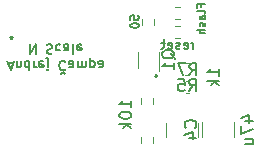
<source format=gbr>
G04 #@! TF.GenerationSoftware,KiCad,Pcbnew,5.0.0-rc3-unknown-520c611~65~ubuntu18.04.1*
G04 #@! TF.CreationDate,2018-07-03T00:15:53+02:00*
G04 #@! TF.ProjectId,vlakinostalo,766C616B696E6F7374616C6F2E6B6963,rev?*
G04 #@! TF.SameCoordinates,Original*
G04 #@! TF.FileFunction,Legend,Bot*
G04 #@! TF.FilePolarity,Positive*
%FSLAX46Y46*%
G04 Gerber Fmt 4.6, Leading zero omitted, Abs format (unit mm)*
G04 Created by KiCad (PCBNEW 5.0.0-rc3-unknown-520c611~65~ubuntu18.04.1) date Tue Jul  3 00:15:53 2018*
%MOMM*%
%LPD*%
G01*
G04 APERTURE LIST*
%ADD10C,0.250000*%
%ADD11C,0.200000*%
%ADD12C,0.120000*%
%ADD13C,0.150000*%
%ADD14C,0.175000*%
G04 APERTURE END LIST*
D10*
X161912300Y-102157802D02*
X161864680Y-102205421D01*
X161912300Y-102253040D01*
X161959919Y-102205421D01*
X161912300Y-102157802D01*
X161912300Y-102253040D01*
D11*
X149419812Y-101143046D02*
X149800764Y-101143046D01*
X149343621Y-100914475D02*
X149610288Y-101714475D01*
X149876955Y-100914475D01*
X150143621Y-101447808D02*
X150143621Y-100914475D01*
X150143621Y-101371618D02*
X150181717Y-101409713D01*
X150257907Y-101447808D01*
X150372193Y-101447808D01*
X150448383Y-101409713D01*
X150486479Y-101333522D01*
X150486479Y-100914475D01*
X151210288Y-100914475D02*
X151210288Y-101714475D01*
X151210288Y-100952570D02*
X151134098Y-100914475D01*
X150981717Y-100914475D01*
X150905526Y-100952570D01*
X150867431Y-100990665D01*
X150829336Y-101066856D01*
X150829336Y-101295427D01*
X150867431Y-101371618D01*
X150905526Y-101409713D01*
X150981717Y-101447808D01*
X151134098Y-101447808D01*
X151210288Y-101409713D01*
X151591240Y-100914475D02*
X151591240Y-101447808D01*
X151591240Y-101295427D02*
X151629336Y-101371618D01*
X151667431Y-101409713D01*
X151743621Y-101447808D01*
X151819812Y-101447808D01*
X152391240Y-100952570D02*
X152315050Y-100914475D01*
X152162669Y-100914475D01*
X152086479Y-100952570D01*
X152048383Y-101028760D01*
X152048383Y-101333522D01*
X152086479Y-101409713D01*
X152162669Y-101447808D01*
X152315050Y-101447808D01*
X152391240Y-101409713D01*
X152429336Y-101333522D01*
X152429336Y-101257332D01*
X152048383Y-101181141D01*
X152772193Y-101447808D02*
X152772193Y-100762094D01*
X152734098Y-100685903D01*
X152657907Y-100647808D01*
X152619812Y-100647808D01*
X152772193Y-101714475D02*
X152734098Y-101676380D01*
X152772193Y-101638284D01*
X152810288Y-101676380D01*
X152772193Y-101714475D01*
X152772193Y-101638284D01*
X154219812Y-100990665D02*
X154181717Y-100952570D01*
X154067431Y-100914475D01*
X153991240Y-100914475D01*
X153876955Y-100952570D01*
X153800764Y-101028760D01*
X153762669Y-101104951D01*
X153724574Y-101257332D01*
X153724574Y-101371618D01*
X153762669Y-101523999D01*
X153800764Y-101600189D01*
X153876955Y-101676380D01*
X153991240Y-101714475D01*
X154067431Y-101714475D01*
X154181717Y-101676380D01*
X154219812Y-101638284D01*
X153876955Y-102019237D02*
X154029336Y-101904951D01*
X154181717Y-102019237D01*
X154905526Y-100914475D02*
X154905526Y-101333522D01*
X154867431Y-101409713D01*
X154791240Y-101447808D01*
X154638860Y-101447808D01*
X154562669Y-101409713D01*
X154905526Y-100952570D02*
X154829336Y-100914475D01*
X154638860Y-100914475D01*
X154562669Y-100952570D01*
X154524574Y-101028760D01*
X154524574Y-101104951D01*
X154562669Y-101181141D01*
X154638860Y-101219237D01*
X154829336Y-101219237D01*
X154905526Y-101257332D01*
X155286479Y-100914475D02*
X155286479Y-101447808D01*
X155286479Y-101371618D02*
X155324574Y-101409713D01*
X155400764Y-101447808D01*
X155515050Y-101447808D01*
X155591240Y-101409713D01*
X155629336Y-101333522D01*
X155629336Y-100914475D01*
X155629336Y-101333522D02*
X155667431Y-101409713D01*
X155743621Y-101447808D01*
X155857907Y-101447808D01*
X155934098Y-101409713D01*
X155972193Y-101333522D01*
X155972193Y-100914475D01*
X156353145Y-101447808D02*
X156353145Y-100647808D01*
X156353145Y-101409713D02*
X156429336Y-101447808D01*
X156581717Y-101447808D01*
X156657907Y-101409713D01*
X156696002Y-101371618D01*
X156734098Y-101295427D01*
X156734098Y-101066856D01*
X156696002Y-100990665D01*
X156657907Y-100952570D01*
X156581717Y-100914475D01*
X156429336Y-100914475D01*
X156353145Y-100952570D01*
X157419812Y-100914475D02*
X157419812Y-101333522D01*
X157381717Y-101409713D01*
X157305526Y-101447808D01*
X157153145Y-101447808D01*
X157076955Y-101409713D01*
X157419812Y-100952570D02*
X157343621Y-100914475D01*
X157153145Y-100914475D01*
X157076955Y-100952570D01*
X157038860Y-101028760D01*
X157038860Y-101104951D01*
X157076955Y-101181141D01*
X157153145Y-101219237D01*
X157343621Y-101219237D01*
X157419812Y-101257332D01*
X151267431Y-99514475D02*
X151267431Y-100314475D01*
X151724574Y-99514475D01*
X151724574Y-100314475D01*
X152676955Y-99552570D02*
X152791240Y-99514475D01*
X152981717Y-99514475D01*
X153057907Y-99552570D01*
X153096002Y-99590665D01*
X153134098Y-99666856D01*
X153134098Y-99743046D01*
X153096002Y-99819237D01*
X153057907Y-99857332D01*
X152981717Y-99895427D01*
X152829336Y-99933522D01*
X152753145Y-99971618D01*
X152715050Y-100009713D01*
X152676955Y-100085903D01*
X152676955Y-100162094D01*
X152715050Y-100238284D01*
X152753145Y-100276380D01*
X152829336Y-100314475D01*
X153019812Y-100314475D01*
X153134098Y-100276380D01*
X153819812Y-99552570D02*
X153743621Y-99514475D01*
X153591240Y-99514475D01*
X153515050Y-99552570D01*
X153476955Y-99590665D01*
X153438860Y-99666856D01*
X153438860Y-99895427D01*
X153476955Y-99971618D01*
X153515050Y-100009713D01*
X153591240Y-100047808D01*
X153743621Y-100047808D01*
X153819812Y-100009713D01*
X154505526Y-99514475D02*
X154505526Y-99933522D01*
X154467431Y-100009713D01*
X154391240Y-100047808D01*
X154238860Y-100047808D01*
X154162669Y-100009713D01*
X154505526Y-99552570D02*
X154429336Y-99514475D01*
X154238860Y-99514475D01*
X154162669Y-99552570D01*
X154124574Y-99628760D01*
X154124574Y-99704951D01*
X154162669Y-99781141D01*
X154238860Y-99819237D01*
X154429336Y-99819237D01*
X154505526Y-99857332D01*
X155000764Y-99514475D02*
X154924574Y-99552570D01*
X154886479Y-99628760D01*
X154886479Y-100314475D01*
X155610288Y-99552570D02*
X155534098Y-99514475D01*
X155381717Y-99514475D01*
X155305526Y-99552570D01*
X155267431Y-99628760D01*
X155267431Y-99933522D01*
X155305526Y-100009713D01*
X155381717Y-100047808D01*
X155534098Y-100047808D01*
X155610288Y-100009713D01*
X155648383Y-99933522D01*
X155648383Y-99857332D01*
X155267431Y-99781141D01*
D10*
X149650000Y-98882142D02*
X149602380Y-98929761D01*
X149650000Y-98977380D01*
X149697619Y-98929761D01*
X149650000Y-98882142D01*
X149650000Y-98977380D01*
D12*
G04 #@! TO.C,Q1*
X160400000Y-100200000D02*
X160400000Y-101500000D01*
X162200000Y-101750000D02*
X162200000Y-100200000D01*
G04 #@! TO.C,R1*
X160640000Y-107405000D02*
X160640000Y-107845000D01*
X161660000Y-107405000D02*
X161660000Y-107845000D01*
G04 #@! TO.C,R2*
X160640000Y-104545000D02*
X160640000Y-104105000D01*
X161660000Y-104545000D02*
X161660000Y-104105000D01*
G04 #@! TO.C,SW1*
X163530000Y-97940000D02*
X163970000Y-97940000D01*
X163530000Y-98960000D02*
X163970000Y-98960000D01*
G04 #@! TO.C,R8*
X160730000Y-97855000D02*
X160730000Y-97415000D01*
X161750000Y-97855000D02*
X161750000Y-97415000D01*
G04 #@! TO.C,SW2*
X163530000Y-97360000D02*
X163970000Y-97360000D01*
X163530000Y-96340000D02*
X163970000Y-96340000D01*
G04 #@! TO.C,C3*
X165522740Y-106173996D02*
X165522740Y-107378124D01*
X162802740Y-106173996D02*
X162802740Y-107378124D01*
G04 #@! TO.C,C4*
X165822800Y-106138436D02*
X165822800Y-107342564D01*
X168542800Y-106138436D02*
X168542800Y-107342564D01*
G04 #@! TO.C,R5*
X164403721Y-101090000D02*
X164729279Y-101090000D01*
X164403721Y-102110000D02*
X164729279Y-102110000D01*
G04 #@! TO.C,R7*
X164754779Y-102614000D02*
X164429221Y-102614000D01*
X164754779Y-103634000D02*
X164429221Y-103634000D01*
G04 #@! TO.C,Q1*
D13*
X163547619Y-100754761D02*
X163500000Y-100659523D01*
X163404761Y-100564285D01*
X163261904Y-100421428D01*
X163214285Y-100326190D01*
X163214285Y-100230952D01*
X163452380Y-100278571D02*
X163404761Y-100183333D01*
X163309523Y-100088095D01*
X163119047Y-100040476D01*
X162785714Y-100040476D01*
X162595238Y-100088095D01*
X162500000Y-100183333D01*
X162452380Y-100278571D01*
X162452380Y-100469047D01*
X162500000Y-100564285D01*
X162595238Y-100659523D01*
X162785714Y-100707142D01*
X163119047Y-100707142D01*
X163309523Y-100659523D01*
X163404761Y-100564285D01*
X163452380Y-100469047D01*
X163452380Y-100278571D01*
X163452380Y-101659523D02*
X163452380Y-101088095D01*
X163452380Y-101373809D02*
X162452380Y-101373809D01*
X162595238Y-101278571D01*
X162690476Y-101183333D01*
X162738095Y-101088095D01*
G04 #@! TO.C,R2*
X159822140Y-104865561D02*
X159822140Y-104294133D01*
X159822140Y-104579847D02*
X158822140Y-104579847D01*
X158964998Y-104484609D01*
X159060236Y-104389371D01*
X159107855Y-104294133D01*
X158822140Y-105484609D02*
X158822140Y-105579847D01*
X158869760Y-105675085D01*
X158917379Y-105722704D01*
X159012617Y-105770323D01*
X159203093Y-105817942D01*
X159441188Y-105817942D01*
X159631664Y-105770323D01*
X159726902Y-105722704D01*
X159774521Y-105675085D01*
X159822140Y-105579847D01*
X159822140Y-105484609D01*
X159774521Y-105389371D01*
X159726902Y-105341752D01*
X159631664Y-105294133D01*
X159441188Y-105246514D01*
X159203093Y-105246514D01*
X159012617Y-105294133D01*
X158917379Y-105341752D01*
X158869760Y-105389371D01*
X158822140Y-105484609D01*
X159822140Y-106246514D02*
X158822140Y-106246514D01*
X159441188Y-106341752D02*
X159822140Y-106627466D01*
X159155474Y-106627466D02*
X159536426Y-106246514D01*
G04 #@! TO.C,SW1*
D11*
X165095238Y-99911904D02*
X165095238Y-99378571D01*
X165095238Y-99530952D02*
X165057142Y-99454761D01*
X165019047Y-99416666D01*
X164942857Y-99378571D01*
X164866666Y-99378571D01*
X164295238Y-99873809D02*
X164371428Y-99911904D01*
X164523809Y-99911904D01*
X164600000Y-99873809D01*
X164638095Y-99797619D01*
X164638095Y-99492857D01*
X164600000Y-99416666D01*
X164523809Y-99378571D01*
X164371428Y-99378571D01*
X164295238Y-99416666D01*
X164257142Y-99492857D01*
X164257142Y-99569047D01*
X164638095Y-99645238D01*
X163952380Y-99873809D02*
X163876190Y-99911904D01*
X163723809Y-99911904D01*
X163647619Y-99873809D01*
X163609523Y-99797619D01*
X163609523Y-99759523D01*
X163647619Y-99683333D01*
X163723809Y-99645238D01*
X163838095Y-99645238D01*
X163914285Y-99607142D01*
X163952380Y-99530952D01*
X163952380Y-99492857D01*
X163914285Y-99416666D01*
X163838095Y-99378571D01*
X163723809Y-99378571D01*
X163647619Y-99416666D01*
X162961904Y-99873809D02*
X163038095Y-99911904D01*
X163190476Y-99911904D01*
X163266666Y-99873809D01*
X163304761Y-99797619D01*
X163304761Y-99492857D01*
X163266666Y-99416666D01*
X163190476Y-99378571D01*
X163038095Y-99378571D01*
X162961904Y-99416666D01*
X162923809Y-99492857D01*
X162923809Y-99569047D01*
X163304761Y-99645238D01*
X162695238Y-99378571D02*
X162390476Y-99378571D01*
X162580952Y-99111904D02*
X162580952Y-99797619D01*
X162542857Y-99873809D01*
X162466666Y-99911904D01*
X162390476Y-99911904D01*
G04 #@! TO.C,R8*
D14*
X159766666Y-97433333D02*
X159766666Y-97100000D01*
X160100000Y-97066666D01*
X160066666Y-97100000D01*
X160033333Y-97166666D01*
X160033333Y-97333333D01*
X160066666Y-97400000D01*
X160100000Y-97433333D01*
X160166666Y-97466666D01*
X160333333Y-97466666D01*
X160400000Y-97433333D01*
X160433333Y-97400000D01*
X160466666Y-97333333D01*
X160466666Y-97166666D01*
X160433333Y-97100000D01*
X160400000Y-97066666D01*
X159766666Y-97900000D02*
X159766666Y-97966666D01*
X159800000Y-98033333D01*
X159833333Y-98066666D01*
X159900000Y-98100000D01*
X160033333Y-98133333D01*
X160200000Y-98133333D01*
X160333333Y-98100000D01*
X160400000Y-98066666D01*
X160433333Y-98033333D01*
X160466666Y-97966666D01*
X160466666Y-97900000D01*
X160433333Y-97833333D01*
X160400000Y-97800000D01*
X160333333Y-97766666D01*
X160200000Y-97733333D01*
X160033333Y-97733333D01*
X159900000Y-97766666D01*
X159833333Y-97800000D01*
X159800000Y-97833333D01*
X159766666Y-97900000D01*
G04 #@! TO.C,SW2*
X165750000Y-96375000D02*
X165750000Y-96141666D01*
X166116666Y-96141666D02*
X165416666Y-96141666D01*
X165416666Y-96475000D01*
X166116666Y-96841666D02*
X166083333Y-96775000D01*
X166016666Y-96741666D01*
X165416666Y-96741666D01*
X166116666Y-97408333D02*
X165750000Y-97408333D01*
X165683333Y-97375000D01*
X165650000Y-97308333D01*
X165650000Y-97175000D01*
X165683333Y-97108333D01*
X166083333Y-97408333D02*
X166116666Y-97341666D01*
X166116666Y-97175000D01*
X166083333Y-97108333D01*
X166016666Y-97075000D01*
X165950000Y-97075000D01*
X165883333Y-97108333D01*
X165850000Y-97175000D01*
X165850000Y-97341666D01*
X165816666Y-97408333D01*
X166083333Y-97708333D02*
X166116666Y-97775000D01*
X166116666Y-97908333D01*
X166083333Y-97975000D01*
X166016666Y-98008333D01*
X165983333Y-98008333D01*
X165916666Y-97975000D01*
X165883333Y-97908333D01*
X165883333Y-97808333D01*
X165850000Y-97741666D01*
X165783333Y-97708333D01*
X165750000Y-97708333D01*
X165683333Y-97741666D01*
X165650000Y-97808333D01*
X165650000Y-97908333D01*
X165683333Y-97975000D01*
X166116666Y-98308333D02*
X165416666Y-98308333D01*
X166116666Y-98608333D02*
X165750000Y-98608333D01*
X165683333Y-98575000D01*
X165650000Y-98508333D01*
X165650000Y-98408333D01*
X165683333Y-98341666D01*
X165716666Y-98308333D01*
G04 #@! TO.C,C4*
D13*
X165259942Y-106573833D02*
X165307561Y-106526214D01*
X165355180Y-106383357D01*
X165355180Y-106288119D01*
X165307561Y-106145261D01*
X165212323Y-106050023D01*
X165117085Y-106002404D01*
X164926609Y-105954785D01*
X164783752Y-105954785D01*
X164593276Y-106002404D01*
X164498038Y-106050023D01*
X164402800Y-106145261D01*
X164355180Y-106288119D01*
X164355180Y-106383357D01*
X164402800Y-106526214D01*
X164450419Y-106573833D01*
X164688514Y-107430976D02*
X165355180Y-107430976D01*
X164307561Y-107192880D02*
X165021847Y-106954785D01*
X165021847Y-107573833D01*
X169490734Y-106028264D02*
X170157400Y-106028264D01*
X169109781Y-105790169D02*
X169824067Y-105552074D01*
X169824067Y-106171121D01*
X169157400Y-106456836D02*
X169157400Y-107123502D01*
X170157400Y-106694931D01*
X169490734Y-107933026D02*
X170157400Y-107933026D01*
X169490734Y-107504455D02*
X170014543Y-107504455D01*
X170109781Y-107552074D01*
X170157400Y-107647312D01*
X170157400Y-107790169D01*
X170109781Y-107885407D01*
X170062162Y-107933026D01*
G04 #@! TO.C,R5*
X164733166Y-103482380D02*
X165066500Y-103006190D01*
X165304595Y-103482380D02*
X165304595Y-102482380D01*
X164923642Y-102482380D01*
X164828404Y-102530000D01*
X164780785Y-102577619D01*
X164733166Y-102672857D01*
X164733166Y-102815714D01*
X164780785Y-102910952D01*
X164828404Y-102958571D01*
X164923642Y-103006190D01*
X165304595Y-103006190D01*
X163828404Y-102482380D02*
X164304595Y-102482380D01*
X164352214Y-102958571D01*
X164304595Y-102910952D01*
X164209357Y-102863333D01*
X163971261Y-102863333D01*
X163876023Y-102910952D01*
X163828404Y-102958571D01*
X163780785Y-103053809D01*
X163780785Y-103291904D01*
X163828404Y-103387142D01*
X163876023Y-103434761D01*
X163971261Y-103482380D01*
X164209357Y-103482380D01*
X164304595Y-103434761D01*
X164352214Y-103387142D01*
G04 #@! TO.C,R7*
X164758666Y-102146380D02*
X165092000Y-101670190D01*
X165330095Y-102146380D02*
X165330095Y-101146380D01*
X164949142Y-101146380D01*
X164853904Y-101194000D01*
X164806285Y-101241619D01*
X164758666Y-101336857D01*
X164758666Y-101479714D01*
X164806285Y-101574952D01*
X164853904Y-101622571D01*
X164949142Y-101670190D01*
X165330095Y-101670190D01*
X164425333Y-101146380D02*
X163758666Y-101146380D01*
X164187238Y-102146380D01*
X167251640Y-102176912D02*
X167251640Y-101605483D01*
X167251640Y-101891198D02*
X166251640Y-101891198D01*
X166394498Y-101795960D01*
X166489736Y-101700721D01*
X166537355Y-101605483D01*
X167251640Y-102605483D02*
X166251640Y-102605483D01*
X166870688Y-102700721D02*
X167251640Y-102986436D01*
X166584974Y-102986436D02*
X166965926Y-102605483D01*
G04 #@! TD*
M02*

</source>
